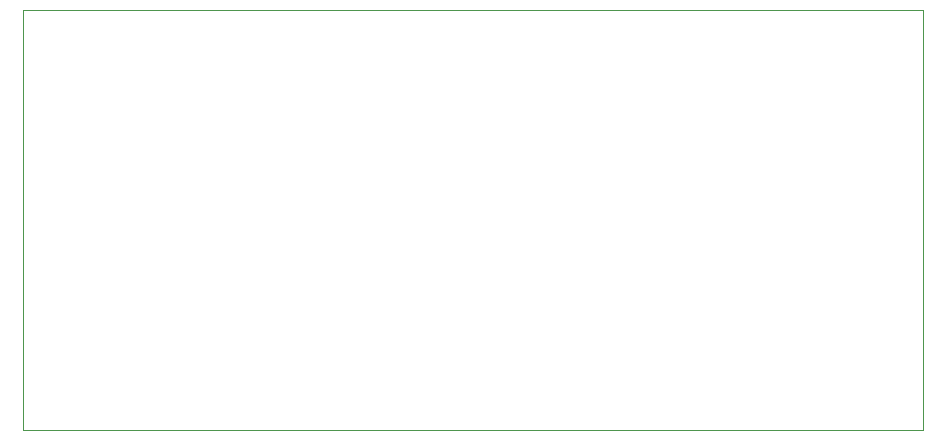
<source format=gbr>
%TF.GenerationSoftware,KiCad,Pcbnew,(5.1.9)-1*%
%TF.CreationDate,2021-11-13T17:29:38-07:00*%
%TF.ProjectId,ABSIS_Bulkhead_Connector,41425349-535f-4427-956c-6b686561645f,rev?*%
%TF.SameCoordinates,Original*%
%TF.FileFunction,Profile,NP*%
%FSLAX46Y46*%
G04 Gerber Fmt 4.6, Leading zero omitted, Abs format (unit mm)*
G04 Created by KiCad (PCBNEW (5.1.9)-1) date 2021-11-13 17:29:38*
%MOMM*%
%LPD*%
G01*
G04 APERTURE LIST*
%TA.AperFunction,Profile*%
%ADD10C,0.050000*%
%TD*%
G04 APERTURE END LIST*
D10*
X99060000Y-91440000D02*
X99060000Y-55880000D01*
X175260000Y-91440000D02*
X99060000Y-91440000D01*
X175260000Y-55880000D02*
X175260000Y-91440000D01*
X99060000Y-55880000D02*
X175260000Y-55880000D01*
M02*

</source>
